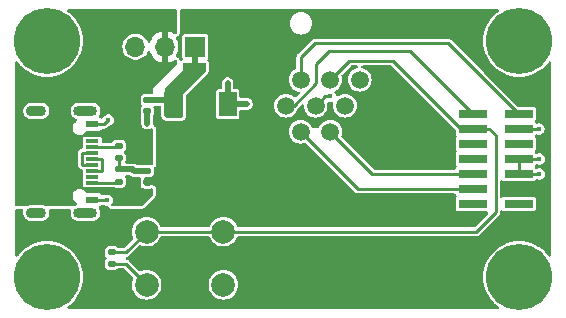
<source format=gbr>
%TF.GenerationSoftware,KiCad,Pcbnew,7.0.1*%
%TF.CreationDate,2024-01-08T11:02:25+00:00*%
%TF.ProjectId,module_test_rig,6d6f6475-6c65-45f7-9465-73745f726967,rev?*%
%TF.SameCoordinates,Original*%
%TF.FileFunction,Copper,L1,Top*%
%TF.FilePolarity,Positive*%
%FSLAX46Y46*%
G04 Gerber Fmt 4.6, Leading zero omitted, Abs format (unit mm)*
G04 Created by KiCad (PCBNEW 7.0.1) date 2024-01-08 11:02:25*
%MOMM*%
%LPD*%
G01*
G04 APERTURE LIST*
G04 Aperture macros list*
%AMRoundRect*
0 Rectangle with rounded corners*
0 $1 Rounding radius*
0 $2 $3 $4 $5 $6 $7 $8 $9 X,Y pos of 4 corners*
0 Add a 4 corners polygon primitive as box body*
4,1,4,$2,$3,$4,$5,$6,$7,$8,$9,$2,$3,0*
0 Add four circle primitives for the rounded corners*
1,1,$1+$1,$2,$3*
1,1,$1+$1,$4,$5*
1,1,$1+$1,$6,$7*
1,1,$1+$1,$8,$9*
0 Add four rect primitives between the rounded corners*
20,1,$1+$1,$2,$3,$4,$5,0*
20,1,$1+$1,$4,$5,$6,$7,0*
20,1,$1+$1,$6,$7,$8,$9,0*
20,1,$1+$1,$8,$9,$2,$3,0*%
G04 Aperture macros list end*
%TA.AperFunction,ComponentPad*%
%ADD10C,3.600000*%
%TD*%
%TA.AperFunction,ConnectorPad*%
%ADD11C,5.600000*%
%TD*%
%TA.AperFunction,SMDPad,CuDef*%
%ADD12C,1.500000*%
%TD*%
%TA.AperFunction,SMDPad,CuDef*%
%ADD13R,2.400000X0.740000*%
%TD*%
%TA.AperFunction,ComponentPad*%
%ADD14R,1.700000X1.700000*%
%TD*%
%TA.AperFunction,ComponentPad*%
%ADD15O,1.700000X1.700000*%
%TD*%
%TA.AperFunction,ComponentPad*%
%ADD16C,2.000000*%
%TD*%
%TA.AperFunction,SMDPad,CuDef*%
%ADD17RoundRect,0.135000X-0.185000X0.135000X-0.185000X-0.135000X0.185000X-0.135000X0.185000X0.135000X0*%
%TD*%
%TA.AperFunction,SMDPad,CuDef*%
%ADD18RoundRect,0.140000X-0.170000X0.140000X-0.170000X-0.140000X0.170000X-0.140000X0.170000X0.140000X0*%
%TD*%
%TA.AperFunction,SMDPad,CuDef*%
%ADD19RoundRect,0.135000X0.185000X-0.135000X0.185000X0.135000X-0.185000X0.135000X-0.185000X-0.135000X0*%
%TD*%
%TA.AperFunction,SMDPad,CuDef*%
%ADD20RoundRect,0.140000X0.170000X-0.140000X0.170000X0.140000X-0.170000X0.140000X-0.170000X-0.140000X0*%
%TD*%
%TA.AperFunction,SMDPad,CuDef*%
%ADD21R,1.500000X2.000000*%
%TD*%
%TA.AperFunction,SMDPad,CuDef*%
%ADD22R,3.800000X2.000000*%
%TD*%
%TA.AperFunction,SMDPad,CuDef*%
%ADD23R,1.140000X0.600000*%
%TD*%
%TA.AperFunction,SMDPad,CuDef*%
%ADD24R,1.140000X0.300000*%
%TD*%
%TA.AperFunction,ComponentPad*%
%ADD25O,2.000000X0.900000*%
%TD*%
%TA.AperFunction,ComponentPad*%
%ADD26O,1.700000X0.900000*%
%TD*%
%TA.AperFunction,ViaPad*%
%ADD27C,0.450000*%
%TD*%
%TA.AperFunction,Conductor*%
%ADD28C,0.250000*%
%TD*%
%TA.AperFunction,Conductor*%
%ADD29C,0.500000*%
%TD*%
G04 APERTURE END LIST*
D10*
%TO.P,H105,1,1*%
%TO.N,GND*%
X135000000Y-75000000D03*
D11*
X135000000Y-75000000D03*
%TD*%
D12*
%TO.P,J102,A1,A1*%
%TO.N,/STM32_SWDIO*%
X156500000Y-82700000D03*
%TO.P,J102,A2,A2*%
%TO.N,/STM32_SWCLK*%
X159000000Y-82700000D03*
%TO.P,J102,A3,A3*%
%TO.N,+3V3*%
X161500000Y-82700000D03*
%TO.P,J102,B1,B1*%
%TO.N,/STM32_VCP_TX*%
X155250000Y-80500000D03*
%TO.P,J102,B2,B2*%
%TO.N,GND*%
X157750000Y-80500000D03*
%TO.P,J102,B3,B3*%
%TO.N,unconnected-(J102-PadB3)*%
X160250000Y-80500000D03*
%TO.P,J102,B4,B4*%
%TO.N,+3V3*%
X162750000Y-80500000D03*
%TO.P,J102,C1,C1*%
%TO.N,/STM32_VCP_RX*%
X156500000Y-78300000D03*
%TO.P,J102,C2,C2*%
%TO.N,/STM32_RST*%
X159000000Y-78300000D03*
%TO.P,J102,C3,C3*%
%TO.N,unconnected-(J102-PadC3)*%
X161500000Y-78300000D03*
%TD*%
D13*
%TO.P,J101,1,RES*%
%TO.N,unconnected-(J101-RES-Pad1)*%
X174950000Y-88810000D03*
%TO.P,J101,2,RES*%
%TO.N,unconnected-(J101-RES-Pad2)*%
X171050000Y-88810000D03*
%TO.P,J101,3,VCC*%
%TO.N,+3V3*%
X174950000Y-87540000D03*
%TO.P,J101,4,JTMS/SWDIO*%
%TO.N,/STM32_SWDIO*%
X171050000Y-87540000D03*
%TO.P,J101,5,GND*%
%TO.N,GND*%
X174950000Y-86270000D03*
%TO.P,J101,6,JCLK/SWCLK*%
%TO.N,/STM32_SWCLK*%
X171050000Y-86270000D03*
%TO.P,J101,7,GND*%
%TO.N,GND*%
X174950000Y-85000000D03*
%TO.P,J101,8,JTDO/SWO*%
%TO.N,unconnected-(J101-JTDO{slash}SWO-Pad8)*%
X171050000Y-85000000D03*
%TO.P,J101,9,JRCLK*%
%TO.N,unconnected-(J101-JRCLK-Pad9)*%
X174950000Y-83730000D03*
%TO.P,J101,10,JTDI/NC*%
%TO.N,unconnected-(J101-JTDI{slash}NC-Pad10)*%
X171050000Y-83730000D03*
%TO.P,J101,11,GNDDETECT*%
%TO.N,GND*%
X174950000Y-82460000D03*
%TO.P,J101,12,NRST*%
%TO.N,/STM32_RST*%
X171050000Y-82460000D03*
%TO.P,J101,13,VCP_RX*%
%TO.N,/STM32_VCP_RX*%
X174950000Y-81190000D03*
%TO.P,J101,14,VCP_TX*%
%TO.N,/STM32_VCP_TX*%
X171050000Y-81190000D03*
%TD*%
D14*
%TO.P,SW101,1,A*%
%TO.N,VBUS*%
X147580000Y-75500000D03*
D15*
%TO.P,SW101,2,B*%
%TO.N,/VIN*%
X145040000Y-75500000D03*
%TO.P,SW101,3,C*%
%TO.N,unconnected-(SW101-C-Pad3)*%
X142500000Y-75500000D03*
%TD*%
D10*
%TO.P,H107,1,1*%
%TO.N,GND*%
X175000001Y-74999999D03*
D11*
X175000001Y-74999999D03*
%TD*%
D16*
%TO.P,SW102,1,1*%
%TO.N,/STM32_RST*%
X143450000Y-91150000D03*
X149950000Y-91150000D03*
%TO.P,SW102,2,2*%
%TO.N,GND*%
X143450000Y-95650000D03*
X149950000Y-95650000D03*
%TD*%
D10*
%TO.P,H108,1,1*%
%TO.N,GND*%
X175000001Y-94999999D03*
D11*
X175000001Y-94999999D03*
%TD*%
D17*
%TO.P,R101,1*%
%TO.N,/CC1*%
X141100000Y-83890000D03*
%TO.P,R101,2*%
%TO.N,GND*%
X141100000Y-84910000D03*
%TD*%
D18*
%TO.P,C103,1*%
%TO.N,VBUS*%
X143500000Y-80020000D03*
%TO.P,C103,2*%
%TO.N,GND*%
X143500000Y-80980000D03*
%TD*%
D19*
%TO.P,R102,1*%
%TO.N,/CC2*%
X141100000Y-86910000D03*
%TO.P,R102,2*%
%TO.N,GND*%
X141100000Y-85890000D03*
%TD*%
D20*
%TO.P,C101,1*%
%TO.N,GND*%
X140500000Y-93880000D03*
%TO.P,C101,2*%
%TO.N,/STM32_RST*%
X140500000Y-92920000D03*
%TD*%
D21*
%TO.P,U102,1,GND*%
%TO.N,GND*%
X150300000Y-80350000D03*
%TO.P,U102,2,VO*%
%TO.N,+3V3*%
X148000000Y-80350000D03*
D22*
X148000000Y-86650000D03*
D21*
%TO.P,U102,3,VI*%
%TO.N,VBUS*%
X145700000Y-80350000D03*
%TD*%
D20*
%TO.P,C102,1*%
%TO.N,+3V3*%
X143500000Y-86980000D03*
%TO.P,C102,2*%
%TO.N,GND*%
X143500000Y-86020000D03*
%TD*%
D10*
%TO.P,H106,1,1*%
%TO.N,GND*%
X135000000Y-95000000D03*
D11*
X135000000Y-95000000D03*
%TD*%
D23*
%TO.P,J103,A1_B12,GND*%
%TO.N,GND*%
X138850000Y-82050000D03*
%TO.P,J103,A4_B9,VBUS*%
%TO.N,/VIN*%
X138850000Y-82850000D03*
D24*
%TO.P,J103,A5,CC1*%
%TO.N,/CC1*%
X138850000Y-84000000D03*
%TO.P,J103,A6,DP1*%
%TO.N,/USB_DN*%
X138850000Y-85000000D03*
%TO.P,J103,A7,DN1*%
%TO.N,/USB_DP*%
X138850000Y-85500000D03*
%TO.P,J103,A8,SBU1*%
%TO.N,unconnected-(J103-SBU1-PadA8)*%
X138850000Y-86500000D03*
D23*
%TO.P,J103,B1_A12,GND*%
%TO.N,GND*%
X138850000Y-88450000D03*
%TO.P,J103,B4_A9,VBUS*%
%TO.N,/VIN*%
X138850000Y-87650000D03*
D24*
%TO.P,J103,B5,CC2*%
%TO.N,/CC2*%
X138850000Y-87000000D03*
%TO.P,J103,B6,DP2*%
%TO.N,/USB_DN*%
X138850000Y-86000000D03*
%TO.P,J103,B7,DN2*%
%TO.N,/USB_DP*%
X138850000Y-84500000D03*
%TO.P,J103,B8,SBU2*%
%TO.N,unconnected-(J103-SBU2-PadB8)*%
X138850000Y-83500000D03*
D25*
%TO.P,J103,S1,SHIELD*%
%TO.N,unconnected-(J103-SHIELD-PadS1)*%
X138270000Y-80925000D03*
%TO.P,J103,S2,SHIELD*%
%TO.N,unconnected-(J103-SHIELD-PadS2)*%
X138270000Y-89575000D03*
D26*
%TO.P,J103,S3,SHIELD*%
%TO.N,unconnected-(J103-SHIELD-PadS3)*%
X134100000Y-80925000D03*
%TO.P,J103,S4,SHIELD*%
%TO.N,unconnected-(J103-SHIELD-PadS4)*%
X134100000Y-89575000D03*
%TD*%
D27*
%TO.N,GND*%
X176660000Y-82460000D03*
X143500000Y-82000000D03*
X151950000Y-80350000D03*
X142300000Y-85900000D03*
X176700000Y-86270000D03*
X140100000Y-88500000D03*
X159000000Y-79700000D03*
X150300000Y-78600000D03*
X176700000Y-85000000D03*
X140200000Y-81700000D03*
%TD*%
D28*
%TO.N,/STM32_SWDIO*%
X156500000Y-82700000D02*
X161340000Y-87540000D01*
X161340000Y-87540000D02*
X171050000Y-87540000D01*
%TO.N,/STM32_SWCLK*%
X159000000Y-82700000D02*
X162570000Y-86270000D01*
X162570000Y-86270000D02*
X171050000Y-86270000D01*
%TO.N,/STM32_VCP_TX*%
X155250000Y-80500000D02*
X155900000Y-80500000D01*
X157800000Y-77000000D02*
X158900000Y-75900000D01*
X157800000Y-78600000D02*
X157800000Y-77000000D01*
X155900000Y-80500000D02*
X157800000Y-78600000D01*
X158900000Y-75900000D02*
X165760000Y-75900000D01*
X165760000Y-75900000D02*
X171050000Y-81190000D01*
%TO.N,/STM32_VCP_RX*%
X168960000Y-75200000D02*
X174950000Y-81190000D01*
X157700000Y-75200000D02*
X168960000Y-75200000D01*
X156500000Y-76400000D02*
X157700000Y-75200000D01*
X156500000Y-78300000D02*
X156500000Y-76400000D01*
%TO.N,GND*%
X159000000Y-79700000D02*
X158550000Y-79700000D01*
X174950000Y-86270000D02*
X174950000Y-85000000D01*
X158550000Y-79700000D02*
X157750000Y-80500000D01*
X139850000Y-82050000D02*
X140200000Y-81700000D01*
X140500000Y-93880000D02*
X141680000Y-93880000D01*
D29*
X143500000Y-86020000D02*
X142420000Y-86020000D01*
X142290000Y-85890000D02*
X142300000Y-85900000D01*
X150300000Y-80350000D02*
X150300000Y-78600000D01*
D28*
X141680000Y-93880000D02*
X143450000Y-95650000D01*
X138850000Y-88450000D02*
X140050000Y-88450000D01*
X174950000Y-85000000D02*
X176700000Y-85000000D01*
D29*
X143500000Y-80980000D02*
X143500000Y-82000000D01*
X142420000Y-86020000D02*
X142300000Y-85900000D01*
X151950000Y-80350000D02*
X150300000Y-80350000D01*
D28*
X141100000Y-85890000D02*
X141100000Y-84910000D01*
X176660000Y-82460000D02*
X174950000Y-82460000D01*
D29*
X141100000Y-85890000D02*
X142290000Y-85890000D01*
D28*
X140050000Y-88450000D02*
X140100000Y-88500000D01*
X138850000Y-82050000D02*
X139850000Y-82050000D01*
X176700000Y-86270000D02*
X174950000Y-86270000D01*
%TO.N,/STM32_RST*%
X170060000Y-82460000D02*
X171050000Y-82460000D01*
X141680000Y-92920000D02*
X143450000Y-91150000D01*
X159000000Y-78300000D02*
X160600000Y-76700000D01*
X141680000Y-92920000D02*
X140500000Y-92920000D01*
X160600000Y-76700000D02*
X164300000Y-76700000D01*
X143450000Y-91150000D02*
X149950000Y-91150000D01*
X173000000Y-83000000D02*
X172460000Y-82460000D01*
X173000000Y-89500000D02*
X173000000Y-83000000D01*
X149950000Y-91150000D02*
X171350000Y-91150000D01*
X171350000Y-91150000D02*
X173000000Y-89500000D01*
X172460000Y-82460000D02*
X171050000Y-82460000D01*
X164300000Y-76700000D02*
X170060000Y-82460000D01*
D29*
%TO.N,VBUS*%
X143500000Y-80020000D02*
X145370000Y-80020000D01*
X145370000Y-80020000D02*
X145700000Y-80350000D01*
D28*
%TO.N,/USB_DN*%
X138850000Y-86000000D02*
X139670000Y-86000000D01*
X139670000Y-86000000D02*
X139695000Y-85975000D01*
X139670000Y-85000000D02*
X138850000Y-85000000D01*
X139695000Y-85025000D02*
X139670000Y-85000000D01*
X139695000Y-85975000D02*
X139695000Y-85025000D01*
%TO.N,/USB_DP*%
X138005000Y-85475000D02*
X138030000Y-85500000D01*
X138030000Y-84500000D02*
X138005000Y-84525000D01*
X138030000Y-85500000D02*
X138850000Y-85500000D01*
X138850000Y-84500000D02*
X138030000Y-84500000D01*
X138005000Y-84525000D02*
X138005000Y-85475000D01*
%TO.N,/CC1*%
X140990000Y-84000000D02*
X138850000Y-84000000D01*
X141100000Y-83890000D02*
X140990000Y-84000000D01*
%TO.N,/CC2*%
X141010000Y-87000000D02*
X141100000Y-86910000D01*
X138850000Y-87000000D02*
X141010000Y-87000000D01*
%TD*%
%TA.AperFunction,Conductor*%
%TO.N,+3V3*%
G36*
X173203966Y-72315971D02*
G01*
X173248979Y-72358527D01*
X173267790Y-72417547D01*
X173255705Y-72478301D01*
X173215740Y-72525629D01*
X173095042Y-72611267D01*
X172839573Y-72839571D01*
X172611269Y-73095040D01*
X172412999Y-73374478D01*
X172247264Y-73674352D01*
X172116148Y-73990892D01*
X172021296Y-74320131D01*
X171963905Y-74657912D01*
X171944694Y-74999999D01*
X171963905Y-75342085D01*
X172021296Y-75679866D01*
X172116148Y-76009105D01*
X172241537Y-76311819D01*
X172247265Y-76325647D01*
X172412999Y-76625520D01*
X172517922Y-76773395D01*
X172611269Y-76904957D01*
X172705425Y-77010316D01*
X172839573Y-77160427D01*
X172947733Y-77257085D01*
X173095042Y-77388730D01*
X173112744Y-77401290D01*
X173374480Y-77587001D01*
X173674353Y-77752735D01*
X173873964Y-77835416D01*
X173990894Y-77883851D01*
X173990895Y-77883851D01*
X173990897Y-77883852D01*
X174320131Y-77978703D01*
X174657915Y-78036095D01*
X175000001Y-78055306D01*
X175342087Y-78036095D01*
X175679871Y-77978703D01*
X176009105Y-77883852D01*
X176325649Y-77752735D01*
X176625522Y-77587001D01*
X176904954Y-77388734D01*
X176904956Y-77388731D01*
X176904959Y-77388730D01*
X176955608Y-77343465D01*
X177160429Y-77160427D01*
X177359792Y-76937340D01*
X177388732Y-76904957D01*
X177396366Y-76894199D01*
X177474371Y-76784259D01*
X177521699Y-76744295D01*
X177582453Y-76732210D01*
X177641473Y-76751021D01*
X177684029Y-76796034D01*
X177699501Y-76856015D01*
X177699501Y-93143983D01*
X177684029Y-93203964D01*
X177641473Y-93248977D01*
X177582453Y-93267788D01*
X177521699Y-93255703D01*
X177474371Y-93215738D01*
X177388732Y-93095040D01*
X177257087Y-92947731D01*
X177160429Y-92839571D01*
X177059373Y-92749262D01*
X176904959Y-92611267D01*
X176691965Y-92460141D01*
X176625522Y-92412997D01*
X176325649Y-92247263D01*
X176325647Y-92247262D01*
X176009107Y-92116146D01*
X175679868Y-92021294D01*
X175342087Y-91963903D01*
X175000001Y-91944692D01*
X174657914Y-91963903D01*
X174320133Y-92021294D01*
X173990894Y-92116146D01*
X173674354Y-92247262D01*
X173374480Y-92412997D01*
X173095042Y-92611267D01*
X172839573Y-92839571D01*
X172611269Y-93095040D01*
X172412999Y-93374478D01*
X172247264Y-93674352D01*
X172116148Y-93990892D01*
X172021296Y-94320131D01*
X171963905Y-94657912D01*
X171944694Y-94999998D01*
X171963905Y-95342085D01*
X172021296Y-95679866D01*
X172116148Y-96009105D01*
X172145237Y-96079331D01*
X172247265Y-96325647D01*
X172412999Y-96625520D01*
X172524896Y-96783225D01*
X172611269Y-96904957D01*
X172753192Y-97063767D01*
X172839573Y-97160427D01*
X172947733Y-97257085D01*
X173095042Y-97388730D01*
X173215740Y-97474369D01*
X173255705Y-97521697D01*
X173267790Y-97582451D01*
X173248979Y-97641471D01*
X173203966Y-97684027D01*
X173143985Y-97699499D01*
X136856018Y-97699499D01*
X136796037Y-97684027D01*
X136751024Y-97641471D01*
X136732213Y-97582452D01*
X136744298Y-97521697D01*
X136784263Y-97474369D01*
X136810820Y-97455525D01*
X136904953Y-97388735D01*
X136904955Y-97388732D01*
X136904958Y-97388731D01*
X136962835Y-97337008D01*
X137160428Y-97160428D01*
X137343466Y-96955607D01*
X137388731Y-96904958D01*
X137388735Y-96904953D01*
X137587002Y-96625521D01*
X137752736Y-96325648D01*
X137883853Y-96009104D01*
X137978704Y-95679870D01*
X138036096Y-95342086D01*
X138055307Y-95000000D01*
X138036096Y-94657914D01*
X137978704Y-94320130D01*
X137901093Y-94050737D01*
X139939500Y-94050737D01*
X139953982Y-94142174D01*
X140010140Y-94252391D01*
X140097607Y-94339858D01*
X140097609Y-94339859D01*
X140207825Y-94396017D01*
X140299265Y-94410500D01*
X140700734Y-94410499D01*
X140700737Y-94410499D01*
X140769314Y-94399637D01*
X140792175Y-94396017D01*
X140902391Y-94339859D01*
X140950433Y-94291816D01*
X140990659Y-94264939D01*
X141038112Y-94255500D01*
X141473101Y-94255500D01*
X141520554Y-94264939D01*
X141560782Y-94291819D01*
X142278740Y-95009778D01*
X142306298Y-95051677D01*
X142315007Y-95101064D01*
X142303442Y-95149862D01*
X142270425Y-95220668D01*
X142213792Y-95432025D01*
X142194722Y-95650000D01*
X142213792Y-95867974D01*
X142251607Y-96009103D01*
X142270425Y-96079330D01*
X142362898Y-96277639D01*
X142488402Y-96456877D01*
X142643123Y-96611598D01*
X142822361Y-96737102D01*
X143020670Y-96829575D01*
X143232023Y-96886207D01*
X143450000Y-96905277D01*
X143667977Y-96886207D01*
X143879330Y-96829575D01*
X144077639Y-96737102D01*
X144256877Y-96611598D01*
X144411598Y-96456877D01*
X144537102Y-96277639D01*
X144629575Y-96079330D01*
X144686207Y-95867977D01*
X144705277Y-95650000D01*
X148694722Y-95650000D01*
X148713792Y-95867974D01*
X148751607Y-96009103D01*
X148770425Y-96079330D01*
X148862898Y-96277639D01*
X148988402Y-96456877D01*
X149143123Y-96611598D01*
X149322361Y-96737102D01*
X149520670Y-96829575D01*
X149732023Y-96886207D01*
X149950000Y-96905277D01*
X150167977Y-96886207D01*
X150379330Y-96829575D01*
X150577639Y-96737102D01*
X150756877Y-96611598D01*
X150911598Y-96456877D01*
X151037102Y-96277639D01*
X151129575Y-96079330D01*
X151186207Y-95867977D01*
X151205277Y-95650000D01*
X151186207Y-95432023D01*
X151129575Y-95220670D01*
X151037102Y-95022362D01*
X150911598Y-94843123D01*
X150756877Y-94688402D01*
X150577639Y-94562898D01*
X150456262Y-94506299D01*
X150379331Y-94470425D01*
X150167974Y-94413792D01*
X149950000Y-94394722D01*
X149732025Y-94413792D01*
X149520668Y-94470425D01*
X149322361Y-94562898D01*
X149143122Y-94688402D01*
X148988402Y-94843122D01*
X148862898Y-95022361D01*
X148770425Y-95220668D01*
X148713792Y-95432025D01*
X148694722Y-95650000D01*
X144705277Y-95650000D01*
X144686207Y-95432023D01*
X144629575Y-95220670D01*
X144537102Y-95022362D01*
X144411598Y-94843123D01*
X144256877Y-94688402D01*
X144077639Y-94562898D01*
X143956262Y-94506299D01*
X143879331Y-94470425D01*
X143667974Y-94413792D01*
X143450000Y-94394722D01*
X143232025Y-94413792D01*
X143020666Y-94470426D01*
X142949863Y-94503442D01*
X142901065Y-94515008D01*
X142851677Y-94506299D01*
X142809778Y-94478741D01*
X141982149Y-93651111D01*
X141966022Y-93631253D01*
X141960083Y-93622162D01*
X141935110Y-93602725D01*
X141923593Y-93592554D01*
X141923519Y-93592480D01*
X141906594Y-93580397D01*
X141902480Y-93577330D01*
X141861189Y-93545191D01*
X141861186Y-93545190D01*
X141854963Y-93540346D01*
X141854761Y-93540242D01*
X141847200Y-93537990D01*
X141847199Y-93537990D01*
X141797036Y-93523055D01*
X141792135Y-93521484D01*
X141788849Y-93520355D01*
X141740005Y-93489286D01*
X141710587Y-93439430D01*
X141707007Y-93381653D01*
X141730045Y-93328546D01*
X141774679Y-93291684D01*
X141779539Y-93289308D01*
X141796670Y-93283820D01*
X141803607Y-93280065D01*
X141803610Y-93280065D01*
X141849666Y-93255140D01*
X141854144Y-93252835D01*
X141901211Y-93229826D01*
X141901212Y-93229824D01*
X141908308Y-93226356D01*
X141908476Y-93226230D01*
X141913824Y-93220419D01*
X141913826Y-93220419D01*
X141949293Y-93181890D01*
X141952794Y-93178241D01*
X142809779Y-92321256D01*
X142851677Y-92293700D01*
X142901065Y-92284991D01*
X142949863Y-92296557D01*
X143020670Y-92329575D01*
X143232023Y-92386207D01*
X143450000Y-92405277D01*
X143667977Y-92386207D01*
X143879330Y-92329575D01*
X144077639Y-92237102D01*
X144256877Y-92111598D01*
X144411598Y-91956877D01*
X144537102Y-91777639D01*
X144621291Y-91597094D01*
X144667048Y-91544919D01*
X144733673Y-91525500D01*
X148666327Y-91525500D01*
X148732952Y-91544919D01*
X148778708Y-91597094D01*
X148862898Y-91777639D01*
X148988402Y-91956877D01*
X149143123Y-92111598D01*
X149322361Y-92237102D01*
X149520670Y-92329575D01*
X149732023Y-92386207D01*
X149950000Y-92405277D01*
X150167977Y-92386207D01*
X150379330Y-92329575D01*
X150577639Y-92237102D01*
X150756877Y-92111598D01*
X150911598Y-91956877D01*
X151037102Y-91777639D01*
X151121291Y-91597094D01*
X151167048Y-91544919D01*
X151233673Y-91525500D01*
X171298195Y-91525500D01*
X171323641Y-91528139D01*
X171327440Y-91528935D01*
X171334268Y-91530367D01*
X171364138Y-91526643D01*
X171365677Y-91526452D01*
X171381014Y-91525500D01*
X171381111Y-91525500D01*
X171381114Y-91525500D01*
X171401643Y-91522073D01*
X171406659Y-91521342D01*
X171458626Y-91514866D01*
X171458628Y-91514864D01*
X171466457Y-91513889D01*
X171466666Y-91513822D01*
X171473607Y-91510065D01*
X171473610Y-91510065D01*
X171519666Y-91485140D01*
X171524144Y-91482835D01*
X171571211Y-91459826D01*
X171571212Y-91459824D01*
X171578308Y-91456356D01*
X171578476Y-91456230D01*
X171583824Y-91450419D01*
X171583826Y-91450419D01*
X171619294Y-91411889D01*
X171622795Y-91408240D01*
X173228889Y-89802146D01*
X173248741Y-89786025D01*
X173257836Y-89780084D01*
X173277273Y-89755110D01*
X173287453Y-89743583D01*
X173287519Y-89743518D01*
X173299624Y-89726561D01*
X173302627Y-89722534D01*
X173334809Y-89681189D01*
X173334810Y-89681185D01*
X173339666Y-89674947D01*
X173339753Y-89674779D01*
X173342010Y-89667199D01*
X173356955Y-89616997D01*
X173358486Y-89612218D01*
X173375500Y-89562660D01*
X173375500Y-89562658D01*
X173378060Y-89555201D01*
X173378093Y-89554970D01*
X173377767Y-89547091D01*
X173377768Y-89547089D01*
X173375605Y-89494807D01*
X173375500Y-89489685D01*
X173375500Y-89463029D01*
X173393142Y-89399280D01*
X173441046Y-89353671D01*
X173505584Y-89339178D01*
X173568390Y-89359926D01*
X173569398Y-89360599D01*
X173569399Y-89360601D01*
X173652260Y-89415966D01*
X173688792Y-89423232D01*
X173725325Y-89430500D01*
X173725326Y-89430500D01*
X176174674Y-89430500D01*
X176174675Y-89430500D01*
X176199029Y-89425655D01*
X176247740Y-89415966D01*
X176330601Y-89360601D01*
X176385966Y-89277740D01*
X176400500Y-89204674D01*
X176400500Y-88415326D01*
X176385966Y-88342260D01*
X176330601Y-88259399D01*
X176247740Y-88204034D01*
X176247739Y-88204033D01*
X176247738Y-88204033D01*
X176174675Y-88189500D01*
X176174674Y-88189500D01*
X173725326Y-88189500D01*
X173725325Y-88189500D01*
X173652261Y-88204033D01*
X173652259Y-88204034D01*
X173652260Y-88204034D01*
X173569399Y-88259399D01*
X173569398Y-88259400D01*
X173568390Y-88260074D01*
X173505584Y-88280822D01*
X173441046Y-88266329D01*
X173393142Y-88220720D01*
X173375500Y-88156971D01*
X173375500Y-86923029D01*
X173393142Y-86859280D01*
X173441046Y-86813671D01*
X173505584Y-86799178D01*
X173568390Y-86819926D01*
X173569398Y-86820599D01*
X173569399Y-86820601D01*
X173652260Y-86875966D01*
X173676602Y-86880808D01*
X173725325Y-86890500D01*
X173725326Y-86890500D01*
X176174674Y-86890500D01*
X176174675Y-86890500D01*
X176199029Y-86885655D01*
X176247740Y-86875966D01*
X176330601Y-86820601D01*
X176371307Y-86759678D01*
X176408615Y-86723464D01*
X176457492Y-86705728D01*
X176509340Y-86709591D01*
X176631633Y-86745500D01*
X176768367Y-86745500D01*
X176899561Y-86706978D01*
X177014589Y-86633055D01*
X177104130Y-86529718D01*
X177160931Y-86405342D01*
X177180390Y-86270000D01*
X177160931Y-86134658D01*
X177104130Y-86010282D01*
X177014589Y-85906945D01*
X177014588Y-85906944D01*
X177014587Y-85906943D01*
X176899562Y-85833022D01*
X176768367Y-85794500D01*
X176631633Y-85794500D01*
X176509344Y-85830407D01*
X176457492Y-85834271D01*
X176408616Y-85816536D01*
X176371307Y-85780321D01*
X176330601Y-85719399D01*
X176330599Y-85719397D01*
X176320238Y-85703891D01*
X176301723Y-85659191D01*
X176301723Y-85610809D01*
X176320237Y-85566110D01*
X176330598Y-85550602D01*
X176330601Y-85550601D01*
X176371309Y-85489676D01*
X176408615Y-85453463D01*
X176457493Y-85435728D01*
X176509340Y-85439591D01*
X176631633Y-85475500D01*
X176768367Y-85475500D01*
X176899561Y-85436978D01*
X177014589Y-85363055D01*
X177104130Y-85259718D01*
X177160931Y-85135342D01*
X177180390Y-85000000D01*
X177160931Y-84864658D01*
X177104130Y-84740282D01*
X177014589Y-84636945D01*
X177014588Y-84636944D01*
X177014587Y-84636943D01*
X176899562Y-84563022D01*
X176768367Y-84524500D01*
X176631633Y-84524500D01*
X176509344Y-84560407D01*
X176457492Y-84564271D01*
X176408615Y-84546536D01*
X176371306Y-84510320D01*
X176330601Y-84449399D01*
X176330599Y-84449398D01*
X176320237Y-84433889D01*
X176301723Y-84389190D01*
X176301723Y-84340808D01*
X176320238Y-84296108D01*
X176330597Y-84280603D01*
X176330601Y-84280601D01*
X176385966Y-84197740D01*
X176400500Y-84124674D01*
X176400500Y-83335326D01*
X176385966Y-83262260D01*
X176330601Y-83179399D01*
X176330598Y-83179397D01*
X176320237Y-83163890D01*
X176301723Y-83119191D01*
X176301723Y-83070809D01*
X176320237Y-83026110D01*
X176330598Y-83010602D01*
X176330601Y-83010601D01*
X176364748Y-82959494D01*
X176402054Y-82923282D01*
X176450931Y-82905547D01*
X176502781Y-82909410D01*
X176591633Y-82935500D01*
X176728367Y-82935500D01*
X176859561Y-82896978D01*
X176974589Y-82823055D01*
X177064130Y-82719718D01*
X177120931Y-82595342D01*
X177140390Y-82460000D01*
X177121130Y-82326043D01*
X177120931Y-82324657D01*
X177064130Y-82200282D01*
X177014687Y-82143221D01*
X176974589Y-82096945D01*
X176974588Y-82096944D01*
X176974587Y-82096943D01*
X176859562Y-82023022D01*
X176728367Y-81984500D01*
X176591633Y-81984500D01*
X176591632Y-81984500D01*
X176502782Y-82010588D01*
X176450931Y-82014452D01*
X176402054Y-81996716D01*
X176364746Y-81960502D01*
X176330601Y-81909399D01*
X176330599Y-81909398D01*
X176320237Y-81893889D01*
X176301723Y-81849190D01*
X176301723Y-81800808D01*
X176320238Y-81756108D01*
X176330597Y-81740603D01*
X176330601Y-81740601D01*
X176385966Y-81657740D01*
X176400500Y-81584674D01*
X176400500Y-80795326D01*
X176385966Y-80722260D01*
X176330601Y-80639399D01*
X176247740Y-80584034D01*
X176247739Y-80584033D01*
X176247738Y-80584033D01*
X176174675Y-80569500D01*
X176174674Y-80569500D01*
X174911899Y-80569500D01*
X174864446Y-80560061D01*
X174824218Y-80533181D01*
X172043772Y-77752735D01*
X169262149Y-74971111D01*
X169246022Y-74951253D01*
X169240083Y-74942162D01*
X169215110Y-74922725D01*
X169203593Y-74912554D01*
X169203519Y-74912480D01*
X169186594Y-74900397D01*
X169182480Y-74897330D01*
X169141189Y-74865191D01*
X169141186Y-74865190D01*
X169134963Y-74860346D01*
X169134761Y-74860242D01*
X169127200Y-74857990D01*
X169127199Y-74857990D01*
X169077036Y-74843055D01*
X169072174Y-74841497D01*
X169053640Y-74835135D01*
X169015202Y-74821939D01*
X169014969Y-74821906D01*
X168975265Y-74823548D01*
X168954806Y-74824394D01*
X168949684Y-74824500D01*
X157751804Y-74824500D01*
X157726358Y-74821861D01*
X157715732Y-74819633D01*
X157684325Y-74823548D01*
X157668988Y-74824500D01*
X157668885Y-74824500D01*
X157656287Y-74826601D01*
X157648365Y-74827923D01*
X157643303Y-74828661D01*
X157583560Y-74836108D01*
X157583312Y-74836188D01*
X157530374Y-74864837D01*
X157525818Y-74867182D01*
X157471717Y-74893630D01*
X157471505Y-74893788D01*
X157430719Y-74938093D01*
X157427172Y-74941789D01*
X156271108Y-76097852D01*
X156251254Y-76113976D01*
X156242165Y-76119914D01*
X156222722Y-76144894D01*
X156212563Y-76156398D01*
X156212484Y-76156476D01*
X156212479Y-76156482D01*
X156212480Y-76156482D01*
X156200390Y-76173414D01*
X156197341Y-76177504D01*
X156160354Y-76225024D01*
X156160237Y-76225253D01*
X156143057Y-76282955D01*
X156141495Y-76287831D01*
X156121940Y-76344795D01*
X156121906Y-76345030D01*
X156124394Y-76405192D01*
X156124500Y-76410316D01*
X156124500Y-77291932D01*
X156106858Y-77355681D01*
X156058953Y-77401289D01*
X156023604Y-77420184D01*
X155941463Y-77464089D01*
X155789117Y-77589117D01*
X155664089Y-77741463D01*
X155571185Y-77915273D01*
X155513976Y-78103866D01*
X155513975Y-78103868D01*
X155513976Y-78103868D01*
X155494659Y-78300000D01*
X155504317Y-78398065D01*
X155513976Y-78496133D01*
X155571185Y-78684726D01*
X155627657Y-78790377D01*
X155664090Y-78858538D01*
X155789117Y-79010883D01*
X155941462Y-79135910D01*
X156090291Y-79215461D01*
X156115273Y-79228814D01*
X156315556Y-79289570D01*
X156314690Y-79292423D01*
X156361125Y-79310986D01*
X156401596Y-79366967D01*
X156405836Y-79435914D01*
X156372529Y-79496431D01*
X156105691Y-79763269D01*
X156054005Y-79794249D01*
X155993819Y-79797205D01*
X155939345Y-79771441D01*
X155808537Y-79664089D01*
X155634726Y-79571185D01*
X155446133Y-79513976D01*
X155250000Y-79494659D01*
X155053866Y-79513976D01*
X154865273Y-79571185D01*
X154691463Y-79664089D01*
X154539117Y-79789117D01*
X154414089Y-79941463D01*
X154321185Y-80115273D01*
X154263976Y-80303866D01*
X154244659Y-80500000D01*
X154263976Y-80696133D01*
X154321185Y-80884726D01*
X154336031Y-80912500D01*
X154414090Y-81058538D01*
X154539117Y-81210883D01*
X154691462Y-81335910D01*
X154865273Y-81428814D01*
X155053868Y-81486024D01*
X155250000Y-81505341D01*
X155446132Y-81486024D01*
X155634727Y-81428814D01*
X155808538Y-81335910D01*
X155960883Y-81210883D01*
X156085910Y-81058538D01*
X156178814Y-80884727D01*
X156227496Y-80724241D01*
X156258473Y-80672562D01*
X156533872Y-80397163D01*
X156585555Y-80366186D01*
X156645740Y-80363228D01*
X156700214Y-80388991D01*
X156736111Y-80437390D01*
X156744954Y-80496996D01*
X156744658Y-80499995D01*
X156763976Y-80696133D01*
X156821185Y-80884726D01*
X156836031Y-80912500D01*
X156914090Y-81058538D01*
X157039117Y-81210883D01*
X157191462Y-81335910D01*
X157365273Y-81428814D01*
X157553868Y-81486024D01*
X157750000Y-81505341D01*
X157946132Y-81486024D01*
X158134727Y-81428814D01*
X158308538Y-81335910D01*
X158460883Y-81210883D01*
X158585910Y-81058538D01*
X158678814Y-80884727D01*
X158736024Y-80696132D01*
X158755341Y-80500000D01*
X158736024Y-80303868D01*
X158736023Y-80303866D01*
X158735194Y-80295443D01*
X158743930Y-80236092D01*
X158779506Y-80187787D01*
X158833593Y-80161836D01*
X158893529Y-80164311D01*
X158931633Y-80175500D01*
X159068365Y-80175500D01*
X159068367Y-80175500D01*
X159106470Y-80164311D01*
X159166405Y-80161836D01*
X159220493Y-80187787D01*
X159256068Y-80236091D01*
X159264805Y-80295442D01*
X159244658Y-80499999D01*
X159263976Y-80696133D01*
X159321185Y-80884726D01*
X159336031Y-80912500D01*
X159414090Y-81058538D01*
X159539117Y-81210883D01*
X159691462Y-81335910D01*
X159865273Y-81428814D01*
X160053868Y-81486024D01*
X160250000Y-81505341D01*
X160446132Y-81486024D01*
X160634727Y-81428814D01*
X160808538Y-81335910D01*
X160960883Y-81210883D01*
X161085910Y-81058538D01*
X161178814Y-80884727D01*
X161236024Y-80696132D01*
X161255341Y-80500000D01*
X161236024Y-80303868D01*
X161178814Y-80115273D01*
X161085910Y-79941462D01*
X160960883Y-79789117D01*
X160808538Y-79664090D01*
X160786091Y-79652091D01*
X160634726Y-79571185D01*
X160446133Y-79513976D01*
X160250000Y-79494659D01*
X160053866Y-79513976D01*
X159865273Y-79571185D01*
X159691462Y-79664089D01*
X159668137Y-79683232D01*
X159609034Y-79709825D01*
X159544587Y-79702969D01*
X159492402Y-79664536D01*
X159466735Y-79605025D01*
X159460931Y-79564657D01*
X159404130Y-79440282D01*
X159374444Y-79406022D01*
X159348503Y-79357358D01*
X159346228Y-79302258D01*
X159368069Y-79251621D01*
X159409699Y-79215466D01*
X159558538Y-79135910D01*
X159710883Y-79010883D01*
X159835910Y-78858538D01*
X159928814Y-78684727D01*
X159986024Y-78496132D01*
X160005341Y-78300000D01*
X159986024Y-78103868D01*
X159947350Y-77976380D01*
X159945727Y-77910257D01*
X159978328Y-77852707D01*
X160719217Y-77111819D01*
X160759446Y-77084939D01*
X160806899Y-77075500D01*
X161254078Y-77075500D01*
X161320931Y-77095065D01*
X161366688Y-77147586D01*
X161376909Y-77216489D01*
X161348369Y-77280031D01*
X161290074Y-77318160D01*
X161115273Y-77371185D01*
X160941463Y-77464089D01*
X160789117Y-77589117D01*
X160664089Y-77741463D01*
X160571185Y-77915273D01*
X160513976Y-78103866D01*
X160513975Y-78103868D01*
X160513976Y-78103868D01*
X160494659Y-78300000D01*
X160504317Y-78398065D01*
X160513976Y-78496133D01*
X160571185Y-78684726D01*
X160627657Y-78790377D01*
X160664090Y-78858538D01*
X160789117Y-79010883D01*
X160941462Y-79135910D01*
X161115273Y-79228814D01*
X161303868Y-79286024D01*
X161500000Y-79305341D01*
X161696132Y-79286024D01*
X161884727Y-79228814D01*
X162058538Y-79135910D01*
X162210883Y-79010883D01*
X162335910Y-78858538D01*
X162428814Y-78684727D01*
X162486024Y-78496132D01*
X162505341Y-78300000D01*
X162486024Y-78103868D01*
X162428814Y-77915273D01*
X162335910Y-77741462D01*
X162210883Y-77589117D01*
X162058538Y-77464090D01*
X161941048Y-77401290D01*
X161884726Y-77371185D01*
X161709926Y-77318160D01*
X161651631Y-77280031D01*
X161623091Y-77216489D01*
X161633312Y-77147586D01*
X161679069Y-77095065D01*
X161745922Y-77075500D01*
X164093101Y-77075500D01*
X164140554Y-77084939D01*
X164180782Y-77111819D01*
X169563181Y-82494218D01*
X169590061Y-82534446D01*
X169599500Y-82581899D01*
X169599500Y-82854675D01*
X169614033Y-82927738D01*
X169614033Y-82927739D01*
X169614034Y-82927740D01*
X169654300Y-82988004D01*
X169679762Y-83026110D01*
X169698276Y-83070809D01*
X169698276Y-83119191D01*
X169679762Y-83163890D01*
X169614033Y-83262261D01*
X169599500Y-83335325D01*
X169599500Y-84124675D01*
X169614033Y-84197738D01*
X169679762Y-84296110D01*
X169698276Y-84340809D01*
X169698276Y-84389191D01*
X169679762Y-84433890D01*
X169614033Y-84532261D01*
X169599500Y-84605325D01*
X169599500Y-85394675D01*
X169614033Y-85467738D01*
X169614033Y-85467739D01*
X169614034Y-85467740D01*
X169657387Y-85532624D01*
X169679762Y-85566110D01*
X169698276Y-85610809D01*
X169698276Y-85659191D01*
X169679762Y-85703890D01*
X169669399Y-85719398D01*
X169669399Y-85719399D01*
X169643724Y-85757825D01*
X169608058Y-85811204D01*
X169592300Y-85845985D01*
X169548767Y-85881712D01*
X169493923Y-85894500D01*
X162776900Y-85894500D01*
X162729447Y-85885061D01*
X162689219Y-85858181D01*
X159978331Y-83147293D01*
X159945728Y-83089741D01*
X159947352Y-83023616D01*
X159970943Y-82945847D01*
X159986024Y-82896132D01*
X160005341Y-82700000D01*
X159986024Y-82503868D01*
X159928814Y-82315273D01*
X159835910Y-82141462D01*
X159710883Y-81989117D01*
X159558538Y-81864090D01*
X159530662Y-81849190D01*
X159384726Y-81771185D01*
X159196133Y-81713976D01*
X159000000Y-81694659D01*
X158803866Y-81713976D01*
X158615273Y-81771185D01*
X158441463Y-81864089D01*
X158289117Y-81989117D01*
X158164089Y-82141463D01*
X158065429Y-82326043D01*
X158064615Y-82325607D01*
X158046749Y-82357758D01*
X158004696Y-82388947D01*
X157953520Y-82400000D01*
X157546480Y-82400000D01*
X157495304Y-82388947D01*
X157453251Y-82357758D01*
X157435384Y-82325607D01*
X157434571Y-82326043D01*
X157371482Y-82208012D01*
X157335910Y-82141462D01*
X157210883Y-81989117D01*
X157058538Y-81864090D01*
X157030662Y-81849190D01*
X156884726Y-81771185D01*
X156696133Y-81713976D01*
X156500000Y-81694659D01*
X156303866Y-81713976D01*
X156115273Y-81771185D01*
X155941463Y-81864089D01*
X155789117Y-81989117D01*
X155664089Y-82141463D01*
X155571185Y-82315273D01*
X155513976Y-82503866D01*
X155513975Y-82503868D01*
X155513976Y-82503868D01*
X155494659Y-82700000D01*
X155497687Y-82730741D01*
X155513976Y-82896133D01*
X155571185Y-83084726D01*
X155621789Y-83179399D01*
X155664090Y-83258538D01*
X155789117Y-83410883D01*
X155941462Y-83535910D01*
X156115273Y-83628814D01*
X156303868Y-83686024D01*
X156500000Y-83705341D01*
X156696132Y-83686024D01*
X156823619Y-83647350D01*
X156889741Y-83645727D01*
X156947293Y-83678330D01*
X161037850Y-87768887D01*
X161053977Y-87788746D01*
X161059915Y-87797836D01*
X161084893Y-87817277D01*
X161096410Y-87827448D01*
X161096481Y-87827519D01*
X161113397Y-87839597D01*
X161117505Y-87842660D01*
X161165041Y-87879659D01*
X161165232Y-87879756D01*
X161172799Y-87882009D01*
X161172801Y-87882010D01*
X161222974Y-87896947D01*
X161227804Y-87898494D01*
X161277340Y-87915500D01*
X161277342Y-87915500D01*
X161284799Y-87918060D01*
X161285033Y-87918094D01*
X161292909Y-87917768D01*
X161292912Y-87917769D01*
X161343227Y-87915687D01*
X161345207Y-87915606D01*
X161350331Y-87915500D01*
X169493923Y-87915500D01*
X169548767Y-87928288D01*
X169592300Y-87964015D01*
X169608058Y-87998795D01*
X169614033Y-88007738D01*
X169614034Y-88007740D01*
X169669399Y-88090601D01*
X169679762Y-88106110D01*
X169698276Y-88150809D01*
X169698276Y-88199191D01*
X169679762Y-88243890D01*
X169614033Y-88342261D01*
X169599500Y-88415325D01*
X169599500Y-89204675D01*
X169614033Y-89277738D01*
X169614033Y-89277739D01*
X169614034Y-89277740D01*
X169669399Y-89360601D01*
X169752260Y-89415966D01*
X169788792Y-89423232D01*
X169825325Y-89430500D01*
X172239100Y-89430500D01*
X172295395Y-89444015D01*
X172339418Y-89481615D01*
X172361573Y-89535102D01*
X172357031Y-89592818D01*
X172326781Y-89642181D01*
X171230781Y-90738181D01*
X171190553Y-90765061D01*
X171143100Y-90774500D01*
X151233673Y-90774500D01*
X151167048Y-90755081D01*
X151121291Y-90702905D01*
X151037102Y-90522362D01*
X150911598Y-90343123D01*
X150756877Y-90188402D01*
X150577639Y-90062898D01*
X150486205Y-90020261D01*
X150379331Y-89970425D01*
X150167974Y-89913792D01*
X149950000Y-89894722D01*
X149732025Y-89913792D01*
X149520668Y-89970425D01*
X149322361Y-90062898D01*
X149143122Y-90188402D01*
X148988402Y-90343122D01*
X148862898Y-90522361D01*
X148778709Y-90702905D01*
X148732952Y-90755081D01*
X148666327Y-90774500D01*
X144733673Y-90774500D01*
X144667048Y-90755081D01*
X144621291Y-90702905D01*
X144537102Y-90522362D01*
X144411598Y-90343123D01*
X144256877Y-90188402D01*
X144077639Y-90062898D01*
X143986205Y-90020261D01*
X143879331Y-89970425D01*
X143667974Y-89913792D01*
X143450000Y-89894722D01*
X143232025Y-89913792D01*
X143020668Y-89970425D01*
X142822361Y-90062898D01*
X142643122Y-90188402D01*
X142488402Y-90343122D01*
X142362898Y-90522361D01*
X142270425Y-90720668D01*
X142213792Y-90932025D01*
X142194722Y-91149999D01*
X142213792Y-91367974D01*
X142270425Y-91579331D01*
X142303442Y-91650137D01*
X142315007Y-91698934D01*
X142306298Y-91748322D01*
X142278740Y-91790221D01*
X141560781Y-92508181D01*
X141520553Y-92535061D01*
X141473100Y-92544500D01*
X141038112Y-92544500D01*
X140990659Y-92535061D01*
X140950433Y-92508183D01*
X140902391Y-92460141D01*
X140902390Y-92460140D01*
X140792173Y-92403982D01*
X140700737Y-92389500D01*
X140299262Y-92389500D01*
X140207825Y-92403982D01*
X140097608Y-92460140D01*
X140010141Y-92547607D01*
X139953982Y-92657826D01*
X139939500Y-92749262D01*
X139939500Y-93090737D01*
X139953982Y-93182174D01*
X140010140Y-93292391D01*
X140030068Y-93312319D01*
X140062162Y-93367906D01*
X140062162Y-93432094D01*
X140030068Y-93487681D01*
X140010141Y-93507607D01*
X139953982Y-93617826D01*
X139939500Y-93709262D01*
X139939500Y-94050737D01*
X137901093Y-94050737D01*
X137883853Y-93990896D01*
X137883851Y-93990892D01*
X137752736Y-93674353D01*
X137752736Y-93674352D01*
X137587002Y-93374479D01*
X137388735Y-93095047D01*
X137388731Y-93095041D01*
X137257086Y-92947732D01*
X137160428Y-92839572D01*
X137059371Y-92749262D01*
X136904958Y-92611268D01*
X136759669Y-92508181D01*
X136625521Y-92412998D01*
X136325648Y-92247264D01*
X136325646Y-92247263D01*
X136009106Y-92116147D01*
X135679867Y-92021295D01*
X135342086Y-91963904D01*
X135000000Y-91944693D01*
X134657913Y-91963904D01*
X134320132Y-92021295D01*
X133990893Y-92116147D01*
X133674353Y-92247263D01*
X133374479Y-92412998D01*
X133095041Y-92611268D01*
X132839572Y-92839572D01*
X132611268Y-93095041D01*
X132541747Y-93193023D01*
X132525631Y-93215738D01*
X132525630Y-93215739D01*
X132478302Y-93255704D01*
X132417548Y-93267789D01*
X132358528Y-93248978D01*
X132315972Y-93203965D01*
X132300500Y-93143984D01*
X132300500Y-89379500D01*
X132317113Y-89317500D01*
X132362500Y-89272113D01*
X132424500Y-89255500D01*
X132899011Y-89255500D01*
X132953294Y-89268013D01*
X132996622Y-89303027D01*
X133020249Y-89353475D01*
X133019408Y-89409172D01*
X133006134Y-89463029D01*
X132999500Y-89489945D01*
X132999500Y-89660055D01*
X133040209Y-89825224D01*
X133111780Y-89961588D01*
X133119266Y-89975852D01*
X133232071Y-90103183D01*
X133372070Y-90199818D01*
X133531128Y-90260140D01*
X133657628Y-90275500D01*
X134542371Y-90275500D01*
X134542372Y-90275500D01*
X134668872Y-90260140D01*
X134827930Y-90199818D01*
X134967929Y-90103183D01*
X135080734Y-89975852D01*
X135159790Y-89825225D01*
X135200500Y-89660056D01*
X135200500Y-89489944D01*
X135180591Y-89409172D01*
X135179751Y-89353475D01*
X135203378Y-89303027D01*
X135246706Y-89268013D01*
X135300989Y-89255500D01*
X136919011Y-89255500D01*
X136973294Y-89268013D01*
X137016622Y-89303027D01*
X137040249Y-89353475D01*
X137039408Y-89409172D01*
X137026134Y-89463029D01*
X137019500Y-89489945D01*
X137019500Y-89660055D01*
X137060209Y-89825224D01*
X137131780Y-89961588D01*
X137139266Y-89975852D01*
X137252071Y-90103183D01*
X137392070Y-90199818D01*
X137551128Y-90260140D01*
X137677628Y-90275500D01*
X138862371Y-90275500D01*
X138862372Y-90275500D01*
X138988872Y-90260140D01*
X139147930Y-90199818D01*
X139287929Y-90103183D01*
X139400734Y-89975852D01*
X139479790Y-89825225D01*
X139520500Y-89660056D01*
X139520500Y-89489944D01*
X139479790Y-89324775D01*
X139416756Y-89204675D01*
X139399454Y-89171709D01*
X139385272Y-89116424D01*
X139397356Y-89060643D01*
X139433146Y-89016184D01*
X139485053Y-88992467D01*
X139517740Y-88985966D01*
X139600601Y-88930601D01*
X139620021Y-88901535D01*
X139667618Y-88859542D01*
X139729760Y-88846603D01*
X139790162Y-88866109D01*
X139890516Y-88930601D01*
X139900439Y-88936978D01*
X140031633Y-88975500D01*
X140117161Y-88975500D01*
X140176588Y-88990668D01*
X140221476Y-89032460D01*
X140261557Y-89094826D01*
X140261559Y-89094829D01*
X140307314Y-89147633D01*
X140337914Y-89174148D01*
X140362275Y-89195257D01*
X140428426Y-89225467D01*
X140476113Y-89239468D01*
X140495466Y-89245151D01*
X140567447Y-89255500D01*
X142948638Y-89255500D01*
X142998484Y-89250591D01*
X143045937Y-89241152D01*
X143093868Y-89226612D01*
X143138041Y-89203000D01*
X143178269Y-89176120D01*
X143216985Y-89144347D01*
X144144347Y-88216985D01*
X144176120Y-88178269D01*
X144203000Y-88138041D01*
X144226612Y-88093868D01*
X144241152Y-88045937D01*
X144250591Y-87998484D01*
X144255500Y-87948638D01*
X144255500Y-87592474D01*
X144255500Y-87592470D01*
X144247222Y-87527965D01*
X144247221Y-87527960D01*
X144231410Y-87467371D01*
X144207111Y-87407042D01*
X144168368Y-87354802D01*
X144124969Y-87309664D01*
X144111951Y-87299192D01*
X144074288Y-87268896D01*
X144014961Y-87242250D01*
X143955033Y-87224071D01*
X143890899Y-87213266D01*
X143826115Y-87219004D01*
X143764958Y-87232422D01*
X143729642Y-87245058D01*
X143707272Y-87250778D01*
X143690261Y-87253472D01*
X143670870Y-87254999D01*
X143329127Y-87254999D01*
X143309708Y-87253468D01*
X143307524Y-87253122D01*
X143307136Y-87253061D01*
X143270255Y-87241071D01*
X143267147Y-87239487D01*
X143235790Y-87216707D01*
X143233322Y-87214240D01*
X143210493Y-87182821D01*
X143208915Y-87179723D01*
X143196932Y-87142831D01*
X143196525Y-87140260D01*
X143195000Y-87120872D01*
X143195000Y-86839132D01*
X143196526Y-86819737D01*
X143200484Y-86794743D01*
X143206209Y-86772357D01*
X143212225Y-86755544D01*
X143219263Y-86723464D01*
X143225643Y-86694385D01*
X143228374Y-86663555D01*
X143248337Y-86606287D01*
X143293077Y-86565333D01*
X143351885Y-86550499D01*
X143700734Y-86550499D01*
X143700737Y-86550499D01*
X143769314Y-86539637D01*
X143792175Y-86536017D01*
X143902391Y-86479859D01*
X143989859Y-86392391D01*
X144046017Y-86282175D01*
X144060500Y-86190735D01*
X144060499Y-85849266D01*
X144056698Y-85825267D01*
X144063482Y-85761243D01*
X144101451Y-85709252D01*
X144124967Y-85690337D01*
X144168367Y-85645199D01*
X144207113Y-85592957D01*
X144231412Y-85532624D01*
X144247222Y-85472035D01*
X144255500Y-85407525D01*
X144255500Y-82500705D01*
X144255500Y-82500701D01*
X144246397Y-82433114D01*
X144229037Y-82369833D01*
X144202377Y-82307061D01*
X144202376Y-82307058D01*
X144160055Y-82253571D01*
X144112840Y-82208012D01*
X144112838Y-82208010D01*
X144071993Y-82177999D01*
X144057876Y-82167626D01*
X144057874Y-82167625D01*
X144048732Y-82160908D01*
X144007805Y-82108944D01*
X143999417Y-82043332D01*
X144000500Y-82035801D01*
X144000500Y-81361277D01*
X144014015Y-81304982D01*
X144038574Y-81256782D01*
X144046017Y-81242175D01*
X144060500Y-81150735D01*
X144060499Y-80809266D01*
X144060499Y-80809262D01*
X144047034Y-80724245D01*
X144046017Y-80717825D01*
X144037338Y-80700792D01*
X144023920Y-80639632D01*
X144042097Y-80579710D01*
X144087235Y-80536311D01*
X144147824Y-80520500D01*
X144575500Y-80520500D01*
X144637500Y-80537113D01*
X144682887Y-80582500D01*
X144699500Y-80644500D01*
X144699500Y-81374675D01*
X144714034Y-81447740D01*
X144775663Y-81539978D01*
X144780824Y-81544655D01*
X144786780Y-81554589D01*
X144835945Y-81618665D01*
X144881331Y-81664051D01*
X144934248Y-81704655D01*
X144934249Y-81704655D01*
X144934250Y-81704656D01*
X144995871Y-81730181D01*
X145057871Y-81746794D01*
X145124000Y-81755500D01*
X146376000Y-81755500D01*
X146442129Y-81746794D01*
X146504129Y-81730181D01*
X146565750Y-81704656D01*
X146618666Y-81664053D01*
X146664053Y-81618666D01*
X146704656Y-81565750D01*
X146730181Y-81504129D01*
X146746794Y-81442129D01*
X146755500Y-81376000D01*
X146755500Y-81374675D01*
X149299500Y-81374675D01*
X149314033Y-81447738D01*
X149314033Y-81447739D01*
X149314034Y-81447740D01*
X149369399Y-81530601D01*
X149452260Y-81585966D01*
X149488792Y-81593232D01*
X149525325Y-81600500D01*
X149525326Y-81600500D01*
X151074674Y-81600500D01*
X151074675Y-81600500D01*
X151099029Y-81595655D01*
X151147740Y-81585966D01*
X151230601Y-81530601D01*
X151285966Y-81447740D01*
X151300500Y-81374674D01*
X151300500Y-80974500D01*
X151317113Y-80912500D01*
X151362500Y-80867113D01*
X151424500Y-80850500D01*
X151985799Y-80850500D01*
X152092457Y-80835165D01*
X152149176Y-80809262D01*
X152223373Y-80775377D01*
X152332143Y-80681128D01*
X152409953Y-80560053D01*
X152450500Y-80421961D01*
X152450500Y-80278039D01*
X152409953Y-80139947D01*
X152332143Y-80018872D01*
X152332141Y-80018870D01*
X152223374Y-79924623D01*
X152092457Y-79864834D01*
X151985799Y-79849500D01*
X151424500Y-79849500D01*
X151362500Y-79832887D01*
X151317113Y-79787500D01*
X151300500Y-79725500D01*
X151300500Y-79325325D01*
X151285966Y-79252261D01*
X151285966Y-79252260D01*
X151230601Y-79169399D01*
X151147740Y-79114034D01*
X151147739Y-79114033D01*
X151147738Y-79114033D01*
X151074675Y-79099500D01*
X151074674Y-79099500D01*
X150924500Y-79099500D01*
X150862500Y-79082887D01*
X150817113Y-79037500D01*
X150800500Y-78975500D01*
X150800500Y-78564201D01*
X150785165Y-78457542D01*
X150725376Y-78326625D01*
X150631129Y-78217858D01*
X150631128Y-78217857D01*
X150510053Y-78140047D01*
X150371961Y-78099500D01*
X150228039Y-78099500D01*
X150089947Y-78140047D01*
X149968870Y-78217858D01*
X149874623Y-78326625D01*
X149814834Y-78457542D01*
X149799500Y-78564201D01*
X149799500Y-78975500D01*
X149782887Y-79037500D01*
X149737500Y-79082887D01*
X149675500Y-79099500D01*
X149525325Y-79099500D01*
X149452261Y-79114033D01*
X149369399Y-79169399D01*
X149314033Y-79252261D01*
X149299500Y-79325325D01*
X149299500Y-81374675D01*
X146755500Y-81374675D01*
X146755500Y-79657193D01*
X146764939Y-79609740D01*
X146791819Y-79569512D01*
X147676605Y-78684726D01*
X148644347Y-77716985D01*
X148676120Y-77678269D01*
X148703000Y-77638041D01*
X148726612Y-77593868D01*
X148741152Y-77545937D01*
X148750591Y-77498484D01*
X148755500Y-77448638D01*
X148755500Y-76974000D01*
X148746794Y-76907871D01*
X148730181Y-76845871D01*
X148704656Y-76784250D01*
X148704655Y-76784249D01*
X148704655Y-76784248D01*
X148664051Y-76731331D01*
X148623566Y-76690846D01*
X148593828Y-76643023D01*
X148588308Y-76586980D01*
X148608145Y-76534274D01*
X148610597Y-76530603D01*
X148610601Y-76530601D01*
X148665966Y-76447740D01*
X148679952Y-76377428D01*
X148680500Y-76374675D01*
X148680500Y-74625325D01*
X148665966Y-74552261D01*
X148665966Y-74552260D01*
X148610601Y-74469399D01*
X148527740Y-74414034D01*
X148527739Y-74414033D01*
X148527738Y-74414033D01*
X148454675Y-74399500D01*
X148454674Y-74399500D01*
X146705326Y-74399500D01*
X146705325Y-74399500D01*
X146632261Y-74414033D01*
X146549399Y-74469399D01*
X146494033Y-74552261D01*
X146479500Y-74625325D01*
X146479500Y-76374675D01*
X146494034Y-76447740D01*
X146496925Y-76452067D01*
X146517547Y-76512724D01*
X146505140Y-76575578D01*
X146463017Y-76623851D01*
X146417766Y-76654282D01*
X146363350Y-76674501D01*
X146305694Y-76667737D01*
X146257435Y-76635472D01*
X146229151Y-76584780D01*
X146228067Y-76580903D01*
X146200439Y-76517173D01*
X146156666Y-76463239D01*
X146107914Y-76417578D01*
X146107911Y-76417575D01*
X146107909Y-76417574D01*
X146051235Y-76377428D01*
X146051233Y-76377427D01*
X145985832Y-76354027D01*
X145985831Y-76354026D01*
X145978006Y-76351227D01*
X145929788Y-76319784D01*
X145900964Y-76269956D01*
X145897745Y-76212482D01*
X145920825Y-76159748D01*
X145923292Y-76156482D01*
X145979673Y-76081821D01*
X145979673Y-76081819D01*
X145979675Y-76081818D01*
X146025313Y-75990161D01*
X146070582Y-75899250D01*
X146126397Y-75703083D01*
X146145215Y-75500000D01*
X146126397Y-75296917D01*
X146070582Y-75100750D01*
X146069834Y-75099248D01*
X145979673Y-74918178D01*
X145920825Y-74840250D01*
X145897745Y-74787516D01*
X145900964Y-74730042D01*
X145929789Y-74680214D01*
X145978007Y-74648772D01*
X145985827Y-74645973D01*
X145985832Y-74645973D01*
X146051233Y-74622573D01*
X146051233Y-74622572D01*
X146051235Y-74622572D01*
X146075873Y-74605118D01*
X146107914Y-74582422D01*
X146156666Y-74536761D01*
X146200439Y-74482827D01*
X146228067Y-74419097D01*
X146246058Y-74354769D01*
X146255500Y-74285952D01*
X146255500Y-73511199D01*
X155564276Y-73511199D01*
X155582628Y-73697531D01*
X155636978Y-73876699D01*
X155636979Y-73876700D01*
X155725239Y-74041824D01*
X155844018Y-74186556D01*
X155988750Y-74305335D01*
X156153874Y-74393595D01*
X156333044Y-74447946D01*
X156519375Y-74466298D01*
X156705706Y-74447946D01*
X156884876Y-74393595D01*
X157050000Y-74305335D01*
X157194732Y-74186556D01*
X157313511Y-74041824D01*
X157401771Y-73876700D01*
X157456122Y-73697530D01*
X157474474Y-73511199D01*
X157456122Y-73324868D01*
X157401771Y-73145698D01*
X157313511Y-72980574D01*
X157194732Y-72835842D01*
X157050000Y-72717063D01*
X157049999Y-72717062D01*
X156884875Y-72628802D01*
X156705707Y-72574452D01*
X156519375Y-72556100D01*
X156333042Y-72574452D01*
X156153874Y-72628802D01*
X155988750Y-72717062D01*
X155844018Y-72835842D01*
X155725238Y-72980574D01*
X155636978Y-73145698D01*
X155582628Y-73324866D01*
X155564276Y-73511199D01*
X146255500Y-73511199D01*
X146255500Y-72424499D01*
X146272113Y-72362499D01*
X146317500Y-72317112D01*
X146379500Y-72300499D01*
X173143985Y-72300499D01*
X173203966Y-72315971D01*
G37*
%TD.AperFunction*%
%TD*%
%TA.AperFunction,Conductor*%
%TO.N,/VIN*%
G36*
X145938000Y-72317112D02*
G01*
X145983387Y-72362499D01*
X146000000Y-72424499D01*
X146000000Y-74285952D01*
X145982009Y-74350280D01*
X145933257Y-74395941D01*
X145867890Y-74409686D01*
X145804876Y-74387527D01*
X145717576Y-74326399D01*
X145503492Y-74226569D01*
X145290000Y-74169364D01*
X145290000Y-76830635D01*
X145503492Y-76773430D01*
X145717576Y-76673600D01*
X145804876Y-76612473D01*
X145867890Y-76590314D01*
X145933257Y-76604059D01*
X145982009Y-76649720D01*
X146000000Y-76714048D01*
X146000000Y-76948638D01*
X145990561Y-76996091D01*
X145963681Y-77036319D01*
X144000000Y-78999999D01*
X144000000Y-79395500D01*
X143983387Y-79457500D01*
X143938000Y-79502887D01*
X143876000Y-79519500D01*
X143852399Y-79519500D01*
X143796105Y-79505985D01*
X143792175Y-79503982D01*
X143700737Y-79489500D01*
X143299262Y-79489500D01*
X143207825Y-79503982D01*
X143097608Y-79560140D01*
X143010141Y-79647607D01*
X142953982Y-79757826D01*
X142939500Y-79849262D01*
X142939500Y-80190737D01*
X142953982Y-80282174D01*
X143010140Y-80392391D01*
X143030068Y-80412319D01*
X143062162Y-80467906D01*
X143062162Y-80532094D01*
X143030068Y-80587681D01*
X143010141Y-80607607D01*
X142953982Y-80717826D01*
X142939500Y-80809262D01*
X142939500Y-81150737D01*
X142953982Y-81242174D01*
X142985985Y-81304983D01*
X142999500Y-81361277D01*
X142999500Y-82035799D01*
X143014834Y-82142457D01*
X143074623Y-82273374D01*
X143149534Y-82359826D01*
X143168872Y-82382143D01*
X143289947Y-82459953D01*
X143428039Y-82500500D01*
X143571961Y-82500500D01*
X143710053Y-82459953D01*
X143808960Y-82396389D01*
X143871575Y-82376784D01*
X143935427Y-82391873D01*
X143982642Y-82437432D01*
X144000000Y-82500705D01*
X144000000Y-85407525D01*
X143984190Y-85468114D01*
X143940790Y-85513252D01*
X143880869Y-85531429D01*
X143819706Y-85518010D01*
X143792175Y-85503982D01*
X143700737Y-85489500D01*
X143299262Y-85489500D01*
X143207825Y-85503982D01*
X143203896Y-85505985D01*
X143147602Y-85519500D01*
X142672954Y-85519500D01*
X142629621Y-85511682D01*
X142591752Y-85489213D01*
X142563373Y-85464623D01*
X142563372Y-85464622D01*
X142558987Y-85462620D01*
X142536194Y-85449095D01*
X142532331Y-85446204D01*
X142532329Y-85446203D01*
X142485790Y-85428845D01*
X142477622Y-85425461D01*
X142452600Y-85414034D01*
X142432458Y-85404835D01*
X142431603Y-85404712D01*
X142427676Y-85404147D01*
X142402001Y-85397594D01*
X142397483Y-85395909D01*
X142347947Y-85392365D01*
X142339153Y-85391419D01*
X142325803Y-85389500D01*
X142325799Y-85389500D01*
X142312308Y-85389500D01*
X142303461Y-85389184D01*
X142253926Y-85385640D01*
X142249214Y-85386666D01*
X142222856Y-85389500D01*
X141744329Y-85389500D01*
X141684188Y-85373939D01*
X141639141Y-85331162D01*
X141620495Y-85271905D01*
X141632928Y-85211040D01*
X141638440Y-85199764D01*
X141659582Y-85156518D01*
X141670500Y-85081582D01*
X141670500Y-84738418D01*
X141666720Y-84712477D01*
X141659582Y-84663481D01*
X141603077Y-84547898D01*
X141542860Y-84487681D01*
X141510766Y-84432094D01*
X141510766Y-84367906D01*
X141542860Y-84312319D01*
X141603077Y-84252101D01*
X141659582Y-84136518D01*
X141670500Y-84061585D01*
X141670500Y-83718415D01*
X141659582Y-83643481D01*
X141603077Y-83527898D01*
X141512101Y-83436922D01*
X141396518Y-83380417D01*
X141321585Y-83369500D01*
X141321582Y-83369500D01*
X140878418Y-83369500D01*
X140878415Y-83369500D01*
X140803481Y-83380417D01*
X140687898Y-83436922D01*
X140596923Y-83527897D01*
X140583693Y-83554961D01*
X140537955Y-83605688D01*
X140472293Y-83624500D01*
X139794500Y-83624500D01*
X139732500Y-83607887D01*
X139687113Y-83562500D01*
X139670500Y-83500500D01*
X139670500Y-83325325D01*
X139655966Y-83252261D01*
X139655966Y-83252260D01*
X139600601Y-83169399D01*
X139517740Y-83114034D01*
X139517739Y-83114033D01*
X139517738Y-83114033D01*
X139444675Y-83099500D01*
X139444674Y-83099500D01*
X138255326Y-83099500D01*
X138255324Y-83099500D01*
X138182261Y-83114032D01*
X138099399Y-83169399D01*
X138044033Y-83252261D01*
X138029500Y-83325325D01*
X138029500Y-83674674D01*
X138039671Y-83725811D01*
X138039671Y-83774189D01*
X138029500Y-83825326D01*
X138029500Y-84012154D01*
X138015358Y-84069662D01*
X137976159Y-84114053D01*
X137920842Y-84135201D01*
X137913556Y-84136109D01*
X137913316Y-84136186D01*
X137860359Y-84164844D01*
X137855805Y-84167188D01*
X137801721Y-84193628D01*
X137801506Y-84193789D01*
X137775884Y-84221620D01*
X137752483Y-84241439D01*
X137747164Y-84244913D01*
X137727721Y-84269894D01*
X137717563Y-84281398D01*
X137717484Y-84281476D01*
X137717479Y-84281482D01*
X137717480Y-84281482D01*
X137705390Y-84298414D01*
X137702341Y-84302504D01*
X137665354Y-84350024D01*
X137665237Y-84350253D01*
X137648057Y-84407955D01*
X137646495Y-84412831D01*
X137626940Y-84469795D01*
X137626906Y-84470030D01*
X137629394Y-84530192D01*
X137629500Y-84535316D01*
X137629500Y-85423195D01*
X137626861Y-85448641D01*
X137624633Y-85459268D01*
X137625736Y-85468114D01*
X137628548Y-85490677D01*
X137629500Y-85506014D01*
X137629500Y-85506116D01*
X137632918Y-85526602D01*
X137633657Y-85531670D01*
X137641107Y-85591438D01*
X137641185Y-85591682D01*
X137669827Y-85644608D01*
X137672171Y-85649162D01*
X137698634Y-85703292D01*
X137698779Y-85703485D01*
X137726616Y-85729111D01*
X137746444Y-85752522D01*
X137749915Y-85757835D01*
X137774894Y-85777277D01*
X137786413Y-85787450D01*
X137786481Y-85787518D01*
X137803389Y-85799590D01*
X137807499Y-85802654D01*
X137855044Y-85839660D01*
X137855233Y-85839757D01*
X137862801Y-85842010D01*
X137912959Y-85856943D01*
X137917823Y-85858501D01*
X137945763Y-85868093D01*
X137989483Y-85894145D01*
X138019056Y-85935564D01*
X138029500Y-85985374D01*
X138029500Y-86174674D01*
X138039671Y-86225811D01*
X138039671Y-86274189D01*
X138029500Y-86325326D01*
X138029500Y-86674673D01*
X138039671Y-86725809D01*
X138039671Y-86774188D01*
X138029500Y-86825326D01*
X138029500Y-87174675D01*
X138044033Y-87247738D01*
X138044033Y-87247739D01*
X138044034Y-87247740D01*
X138099399Y-87330601D01*
X138182260Y-87385966D01*
X138244927Y-87398431D01*
X138255325Y-87400500D01*
X138255326Y-87400500D01*
X139444674Y-87400500D01*
X139444676Y-87400500D01*
X139528857Y-87383755D01*
X139535024Y-87380839D01*
X139571019Y-87375500D01*
X140684624Y-87375500D01*
X140739085Y-87388100D01*
X140803479Y-87419581D01*
X140803480Y-87419581D01*
X140803482Y-87419582D01*
X140878418Y-87430500D01*
X141321582Y-87430500D01*
X141321585Y-87430500D01*
X141396518Y-87419582D01*
X141512101Y-87363077D01*
X141603077Y-87272101D01*
X141659582Y-87156518D01*
X141670500Y-87081585D01*
X141670500Y-86738415D01*
X141663949Y-86693456D01*
X141659582Y-86663482D01*
X141613373Y-86568960D01*
X141600940Y-86508095D01*
X141619586Y-86448838D01*
X141664633Y-86406061D01*
X141724774Y-86390500D01*
X142037046Y-86390500D01*
X142080380Y-86398318D01*
X142118247Y-86420786D01*
X142146627Y-86445377D01*
X142151009Y-86447378D01*
X142173806Y-86460904D01*
X142177669Y-86463796D01*
X142177670Y-86463796D01*
X142177671Y-86463797D01*
X142224192Y-86481148D01*
X142232372Y-86484536D01*
X142248442Y-86491874D01*
X142277543Y-86505165D01*
X142282316Y-86505851D01*
X142307998Y-86512405D01*
X142312517Y-86514091D01*
X142362052Y-86517633D01*
X142370837Y-86518578D01*
X142384201Y-86520500D01*
X142397692Y-86520500D01*
X142406538Y-86520815D01*
X142456073Y-86524359D01*
X142460786Y-86523334D01*
X142487144Y-86520500D01*
X142852175Y-86520500D01*
X142912764Y-86536310D01*
X142957902Y-86579710D01*
X142976079Y-86639631D01*
X142962660Y-86700794D01*
X142953982Y-86717824D01*
X142939500Y-86809262D01*
X142939500Y-87150737D01*
X142953982Y-87242174D01*
X143010140Y-87352391D01*
X143097607Y-87439858D01*
X143097609Y-87439859D01*
X143207825Y-87496017D01*
X143299265Y-87510500D01*
X143700734Y-87510499D01*
X143700737Y-87510499D01*
X143746454Y-87503258D01*
X143792175Y-87496017D01*
X143819707Y-87481988D01*
X143880868Y-87468570D01*
X143940790Y-87486747D01*
X143984189Y-87531885D01*
X144000000Y-87592474D01*
X144000000Y-87948638D01*
X143990561Y-87996091D01*
X143963681Y-88036319D01*
X143036319Y-88963681D01*
X142996091Y-88990561D01*
X142948638Y-89000000D01*
X140567447Y-89000000D01*
X140500408Y-88980316D01*
X140454653Y-88927512D01*
X140444709Y-88858353D01*
X140473734Y-88794798D01*
X140504129Y-88759719D01*
X140504128Y-88759719D01*
X140504130Y-88759718D01*
X140560931Y-88635342D01*
X140580390Y-88500000D01*
X140560931Y-88364658D01*
X140504130Y-88240282D01*
X140414589Y-88136945D01*
X140414588Y-88136944D01*
X140414587Y-88136943D01*
X140299562Y-88063022D01*
X140168367Y-88024500D01*
X140031633Y-88024500D01*
X139885875Y-88067298D01*
X139881108Y-88069476D01*
X139846170Y-88074500D01*
X139737106Y-88074500D01*
X139678652Y-88059858D01*
X139634003Y-88019390D01*
X139600601Y-87969399D01*
X139517740Y-87914034D01*
X139517739Y-87914033D01*
X139517738Y-87914033D01*
X139444675Y-87899500D01*
X139444674Y-87899500D01*
X138413213Y-87899500D01*
X138365766Y-87890063D01*
X138325540Y-87863190D01*
X138316010Y-87848931D01*
X138314474Y-87850110D01*
X138208282Y-87711717D01*
X138082839Y-87615462D01*
X137936762Y-87554956D01*
X137819362Y-87539500D01*
X137819361Y-87539500D01*
X137740639Y-87539500D01*
X137740638Y-87539500D01*
X137623237Y-87554956D01*
X137477159Y-87615463D01*
X137351717Y-87711717D01*
X137255463Y-87837159D01*
X137194956Y-87983237D01*
X137174317Y-88139999D01*
X137194956Y-88296762D01*
X137255463Y-88442840D01*
X137351717Y-88568282D01*
X137447970Y-88642139D01*
X137477159Y-88664536D01*
X137500063Y-88674023D01*
X137507650Y-88677166D01*
X137554972Y-88711767D01*
X137581112Y-88764239D01*
X137580226Y-88822855D01*
X137552514Y-88874514D01*
X137504168Y-88907669D01*
X137392069Y-88950182D01*
X137351696Y-88978050D01*
X137318146Y-88994385D01*
X137281256Y-89000000D01*
X134938744Y-89000000D01*
X134901854Y-88994385D01*
X134868304Y-88978050D01*
X134827930Y-88950182D01*
X134668872Y-88889860D01*
X134542372Y-88874500D01*
X133657628Y-88874500D01*
X133594377Y-88882180D01*
X133531127Y-88889860D01*
X133372069Y-88950182D01*
X133331696Y-88978050D01*
X133298146Y-88994385D01*
X133261256Y-89000000D01*
X132424500Y-89000000D01*
X132362500Y-88983387D01*
X132317113Y-88938000D01*
X132300500Y-88876000D01*
X132300500Y-81010055D01*
X132999500Y-81010055D01*
X133040209Y-81175224D01*
X133075348Y-81242174D01*
X133119266Y-81325852D01*
X133232071Y-81453183D01*
X133372070Y-81549818D01*
X133531128Y-81610140D01*
X133657628Y-81625500D01*
X134542371Y-81625500D01*
X134542372Y-81625500D01*
X134668872Y-81610140D01*
X134827930Y-81549818D01*
X134967929Y-81453183D01*
X135080734Y-81325852D01*
X135159790Y-81175225D01*
X135200500Y-81010056D01*
X135200500Y-81010055D01*
X137019500Y-81010055D01*
X137060209Y-81175224D01*
X137095348Y-81242174D01*
X137139266Y-81325852D01*
X137239821Y-81439355D01*
X137252072Y-81453184D01*
X137379467Y-81541119D01*
X137392070Y-81549818D01*
X137504167Y-81592330D01*
X137552513Y-81625485D01*
X137580226Y-81677143D01*
X137581112Y-81735758D01*
X137554974Y-81788231D01*
X137507652Y-81822832D01*
X137477159Y-81835462D01*
X137351717Y-81931717D01*
X137255463Y-82057159D01*
X137194956Y-82203237D01*
X137174317Y-82360000D01*
X137194956Y-82516762D01*
X137255463Y-82662840D01*
X137351717Y-82788282D01*
X137477156Y-82884534D01*
X137477159Y-82884536D01*
X137623238Y-82945044D01*
X137725182Y-82958465D01*
X137740638Y-82960500D01*
X137740639Y-82960500D01*
X137819361Y-82960500D01*
X137819362Y-82960500D01*
X137858494Y-82955347D01*
X137936762Y-82945044D01*
X138082841Y-82884536D01*
X138208282Y-82788282D01*
X138304536Y-82662841D01*
X138304535Y-82662841D01*
X138314474Y-82649890D01*
X138316010Y-82651068D01*
X138325540Y-82636810D01*
X138365766Y-82609937D01*
X138413213Y-82600500D01*
X139444675Y-82600500D01*
X139469029Y-82595655D01*
X139517740Y-82585966D01*
X139600601Y-82530601D01*
X139634003Y-82480609D01*
X139678652Y-82440142D01*
X139737106Y-82425500D01*
X139798195Y-82425500D01*
X139823641Y-82428139D01*
X139827440Y-82428935D01*
X139834268Y-82430367D01*
X139864138Y-82426643D01*
X139865677Y-82426452D01*
X139881014Y-82425500D01*
X139881111Y-82425500D01*
X139881114Y-82425500D01*
X139901643Y-82422073D01*
X139906659Y-82421342D01*
X139958626Y-82414866D01*
X139958628Y-82414864D01*
X139966457Y-82413889D01*
X139966666Y-82413822D01*
X139973607Y-82410065D01*
X139973610Y-82410065D01*
X140019666Y-82385140D01*
X140024144Y-82382835D01*
X140071211Y-82359826D01*
X140071212Y-82359824D01*
X140078308Y-82356356D01*
X140078476Y-82356230D01*
X140083824Y-82350419D01*
X140083826Y-82350419D01*
X140119283Y-82311901D01*
X140122783Y-82308252D01*
X140227826Y-82203209D01*
X140280569Y-82171917D01*
X140399561Y-82136978D01*
X140514589Y-82063055D01*
X140604130Y-81959718D01*
X140660931Y-81835342D01*
X140680390Y-81700000D01*
X140660931Y-81564658D01*
X140657994Y-81558228D01*
X140604130Y-81440282D01*
X140547281Y-81374674D01*
X140514589Y-81336945D01*
X140514588Y-81336944D01*
X140514587Y-81336943D01*
X140399562Y-81263022D01*
X140268367Y-81224500D01*
X140131633Y-81224500D01*
X140000437Y-81263022D01*
X139885412Y-81336943D01*
X139795869Y-81440283D01*
X139765566Y-81506637D01*
X139733556Y-81549199D01*
X139686644Y-81574409D01*
X139633484Y-81577616D01*
X139583883Y-81558228D01*
X139517740Y-81514034D01*
X139485058Y-81507533D01*
X139433145Y-81483814D01*
X139397356Y-81439355D01*
X139385272Y-81383574D01*
X139399454Y-81328289D01*
X139400731Y-81325854D01*
X139400734Y-81325852D01*
X139479790Y-81175225D01*
X139520500Y-81010056D01*
X139520500Y-80839944D01*
X139479790Y-80674775D01*
X139400734Y-80524148D01*
X139287929Y-80396817D01*
X139287928Y-80396816D01*
X139287927Y-80396815D01*
X139147930Y-80300182D01*
X138988872Y-80239860D01*
X138862372Y-80224500D01*
X137677628Y-80224500D01*
X137614377Y-80232180D01*
X137551127Y-80239860D01*
X137392069Y-80300182D01*
X137252072Y-80396815D01*
X137139265Y-80524149D01*
X137060209Y-80674775D01*
X137019500Y-80839945D01*
X137019500Y-81010055D01*
X135200500Y-81010055D01*
X135200500Y-80839944D01*
X135159790Y-80674775D01*
X135080734Y-80524148D01*
X134967929Y-80396817D01*
X134967928Y-80396816D01*
X134967927Y-80396815D01*
X134827930Y-80300182D01*
X134668872Y-80239860D01*
X134542372Y-80224500D01*
X133657628Y-80224500D01*
X133594377Y-80232180D01*
X133531127Y-80239860D01*
X133372069Y-80300182D01*
X133232072Y-80396815D01*
X133119265Y-80524149D01*
X133040209Y-80674775D01*
X132999500Y-80839945D01*
X132999500Y-81010055D01*
X132300500Y-81010055D01*
X132300500Y-76856016D01*
X132315972Y-76796035D01*
X132358528Y-76751022D01*
X132417548Y-76732211D01*
X132478302Y-76744296D01*
X132525630Y-76784261D01*
X132611268Y-76904958D01*
X132728661Y-77036319D01*
X132839572Y-77160428D01*
X132947732Y-77257086D01*
X133095041Y-77388731D01*
X133095047Y-77388735D01*
X133374479Y-77587002D01*
X133674352Y-77752736D01*
X133873963Y-77835417D01*
X133990893Y-77883852D01*
X133990894Y-77883852D01*
X133990896Y-77883853D01*
X134320130Y-77978704D01*
X134657914Y-78036096D01*
X135000000Y-78055307D01*
X135342086Y-78036096D01*
X135679870Y-77978704D01*
X136009104Y-77883853D01*
X136325648Y-77752736D01*
X136625521Y-77587002D01*
X136904953Y-77388735D01*
X136904955Y-77388732D01*
X136904958Y-77388731D01*
X136955607Y-77343466D01*
X137160428Y-77160428D01*
X137349696Y-76948638D01*
X137388731Y-76904958D01*
X137388735Y-76904953D01*
X137587002Y-76625521D01*
X137752736Y-76325648D01*
X137883853Y-76009104D01*
X137978704Y-75679870D01*
X138009265Y-75500000D01*
X141394785Y-75500000D01*
X141413602Y-75703083D01*
X141469418Y-75899251D01*
X141560324Y-76081818D01*
X141683236Y-76244580D01*
X141833958Y-76381981D01*
X142007361Y-76489347D01*
X142007363Y-76489348D01*
X142197544Y-76563024D01*
X142398024Y-76600500D01*
X142601974Y-76600500D01*
X142601976Y-76600500D01*
X142802456Y-76563024D01*
X142992637Y-76489348D01*
X143166041Y-76381981D01*
X143316764Y-76244579D01*
X143439673Y-76081821D01*
X143487521Y-75985728D01*
X143526817Y-75906812D01*
X143565240Y-75861541D01*
X143620307Y-75839326D01*
X143679388Y-75845259D01*
X143728937Y-75877981D01*
X143757592Y-75929989D01*
X143766569Y-75963492D01*
X143866399Y-76177576D01*
X144001893Y-76371081D01*
X144168918Y-76538106D01*
X144362423Y-76673600D01*
X144576507Y-76773430D01*
X144789999Y-76830635D01*
X144790000Y-76830636D01*
X144790000Y-74169364D01*
X144789999Y-74169364D01*
X144576507Y-74226569D01*
X144362421Y-74326400D01*
X144168921Y-74461890D01*
X144001890Y-74628921D01*
X143866400Y-74822421D01*
X143766567Y-75036511D01*
X143757591Y-75070011D01*
X143728937Y-75122018D01*
X143679388Y-75154740D01*
X143620307Y-75160673D01*
X143565241Y-75138458D01*
X143526817Y-75093187D01*
X143439675Y-74918181D01*
X143316763Y-74755419D01*
X143166041Y-74618018D01*
X142992638Y-74510652D01*
X142802457Y-74436976D01*
X142735629Y-74424484D01*
X142601976Y-74399500D01*
X142398024Y-74399500D01*
X142297783Y-74418238D01*
X142197542Y-74436976D01*
X142007361Y-74510652D01*
X141833958Y-74618018D01*
X141683236Y-74755419D01*
X141560324Y-74918181D01*
X141469418Y-75100748D01*
X141413602Y-75296916D01*
X141394785Y-75500000D01*
X138009265Y-75500000D01*
X138036096Y-75342086D01*
X138055307Y-75000000D01*
X138036096Y-74657914D01*
X137978704Y-74320130D01*
X137883853Y-73990896D01*
X137752736Y-73674352D01*
X137587002Y-73374479D01*
X137388735Y-73095047D01*
X137388731Y-73095041D01*
X137257086Y-72947732D01*
X137160428Y-72839572D01*
X137063768Y-72753191D01*
X136904958Y-72611268D01*
X136784260Y-72525629D01*
X136744295Y-72478301D01*
X136732210Y-72417546D01*
X136751021Y-72358527D01*
X136796034Y-72315971D01*
X136856015Y-72300499D01*
X145876000Y-72300499D01*
X145938000Y-72317112D01*
G37*
%TD.AperFunction*%
%TD*%
%TA.AperFunction,Conductor*%
%TO.N,VBUS*%
G36*
X147768000Y-75266613D02*
G01*
X147813387Y-75312000D01*
X147830000Y-75374000D01*
X147830000Y-76850000D01*
X148376000Y-76850000D01*
X148438000Y-76866613D01*
X148483387Y-76912000D01*
X148500000Y-76974000D01*
X148500000Y-77448638D01*
X148490561Y-77496091D01*
X148463681Y-77536319D01*
X146500000Y-79499999D01*
X146500000Y-81376000D01*
X146483387Y-81438000D01*
X146438000Y-81483387D01*
X146376000Y-81500000D01*
X145124000Y-81500000D01*
X145062000Y-81483387D01*
X145016613Y-81438000D01*
X145000000Y-81376000D01*
X145000000Y-79051362D01*
X145009439Y-79003909D01*
X145036319Y-78963681D01*
X145036319Y-78963680D01*
X146500000Y-77500000D01*
X146500000Y-76968461D01*
X146518894Y-76902668D01*
X146569818Y-76856925D01*
X146637254Y-76845171D01*
X146682175Y-76850000D01*
X147330000Y-76850000D01*
X147330000Y-75374000D01*
X147346613Y-75312000D01*
X147392000Y-75266613D01*
X147454000Y-75250000D01*
X147706000Y-75250000D01*
X147768000Y-75266613D01*
G37*
%TD.AperFunction*%
%TD*%
M02*

</source>
